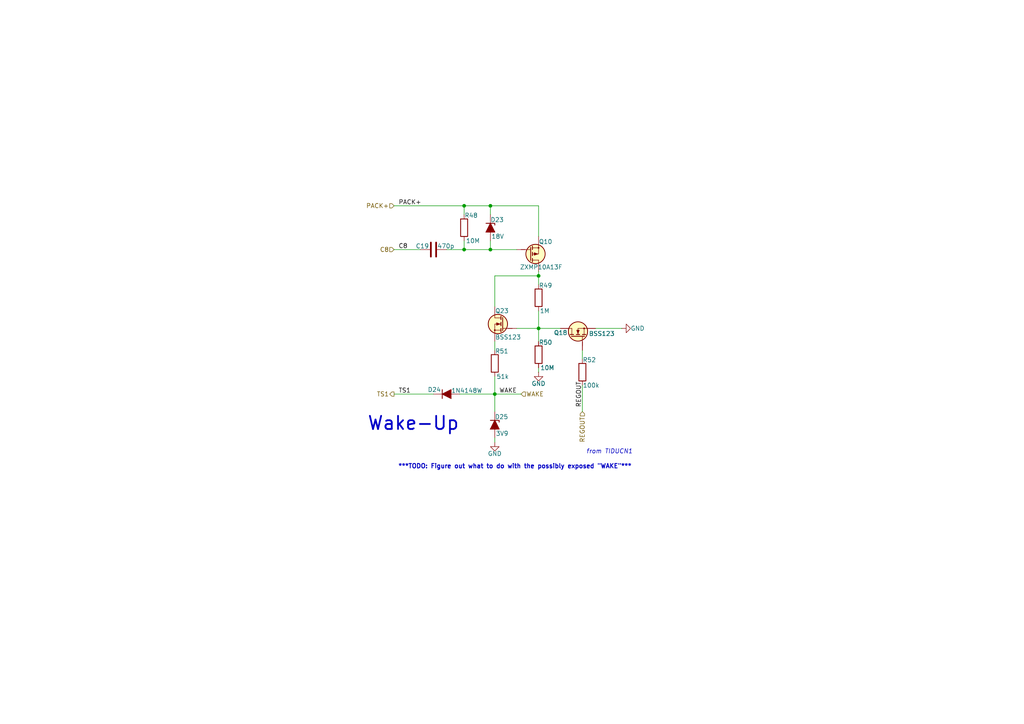
<source format=kicad_sch>
(kicad_sch (version 20250114) (generator "eeschema") (generator_version "9.0")
  (paper "A4")
  (lib_symbols
    (symbol "BSS123_1" (pin_numbers (hide yes)) (pin_names (hide yes))
      (property "Reference" "Q" (at 5.08 1.27 0))
      (property "Value" "BSS123" (at 5.08 -1.27 0))
      (symbol "BSS123_1_0_1"
        (polyline (pts (xy 0.254 1.905) (xy 0.254 -1.905)) (stroke (width 0.254)))
        (polyline (pts (xy 0.254 -1.27) (xy -2.54 -1.27)))
        (polyline (pts (xy 0.762 2.286) (xy 0.762 1.27)) (stroke (width 0.254)))
        (polyline (pts (xy 0.762 0.508) (xy 0.762 -0.508)) (stroke (width 0.254)))
        (polyline (pts (xy 0.762 -1.27) (xy 0.762 -2.286)) (stroke (width 0.254)))
        (polyline (pts (xy 0.762 -1.778) (xy 2.54 -1.778)))
        (polyline (pts (xy 1.016 0) (xy 2.032 0.381) (xy 2.032 -0.381) (xy 1.016 0)) (fill (type outline)))
        (circle (center 1.651 0) (radius 2.794) (stroke (width 0.254)) (fill (type background)))
        (polyline (pts (xy 2.54 2.54) (xy 2.54 1.778)))
        (polyline (pts (xy 2.54 1.778) (xy 0.762 1.778)))
        (circle (center 2.54 -1.778) (radius 0.1778) (fill (type outline)))
        (polyline (pts (xy 2.54 -2.54) (xy 2.54 0) (xy 0.762 0)))
      )
      (symbol "BSS123_1_1_1"
        (pin input line (at -3.81 -1.27 0) (length 2.54) (name "G") (number "1"))
        (pin passive line (at 2.54 5.08 270) (length 2.54) (name "D") (number "3"))
        (pin passive line (at 2.54 -5.08 90) (length 2.54) (name "S") (number "2"))
      )
    )
    (symbol "Device:C" (pin_numbers (hide yes)) (pin_names (offset 0.254))
      (property "Reference" "C" (at 0.635 2.54 0))
      (property "Value" "C" (at 0.635 -2.54 0))
      (symbol "C_0_1"
        (polyline (pts (xy -2.032 0.762) (xy 2.032 0.762)) (stroke (width 0.508)))
        (polyline (pts (xy -2.032 -0.762) (xy 2.032 -0.762)) (stroke (width 0.508)))
      )
      (symbol "C_1_1"
        (pin passive line (at 0 3.81 270) (length 2.794) (name "~") (number "1"))
        (pin passive line (at 0 -3.81 90) (length 2.794) (name "~") (number "2"))
      )
    )
    (symbol "Device:D_Zener_Filled" (pin_numbers (hide yes)) (pin_names (offset 1.016) (hide yes))
      (property "Reference" "D" (at 0 2.54 0))
      (property "Value" "D_Zener_Filled" (at 0 -2.54 0))
      (symbol "D_Zener_Filled_0_1"
        (polyline (pts (xy -1.27 -1.27) (xy -1.27 1.27) (xy -0.762 1.27)) (stroke (width 0.254)))
        (polyline (pts (xy 1.27 0) (xy -1.27 0)))
        (polyline (pts (xy 1.27 -1.27) (xy 1.27 1.27) (xy -1.27 0) (xy 1.27 -1.27)) (stroke (width 0.254)) (fill (type outline)))
      )
      (symbol "D_Zener_Filled_1_1"
        (pin passive line (at -3.81 0 0) (length 2.54) (name "K") (number "1"))
        (pin passive line (at 3.81 0 180) (length 2.54) (name "A") (number "2"))
      )
    )
    (symbol "Device:R" (pin_numbers (hide yes)) (pin_names (offset 0))
      (property "Reference" "R" (at 2.032 0 90))
      (property "Value" "R" (at 0 0 90))
      (symbol "R_0_1"
        (rectangle (start -1.016 -2.54) (end 1.016 2.54) (stroke (width 0.254)))
      )
      (symbol "R_1_1"
        (pin passive line (at 0 3.81 270) (length 1.27) (name "~") (number "1"))
        (pin passive line (at 0 -3.81 90) (length 1.27) (name "~") (number "2"))
      )
    )
    (symbol "PCM_Diode_AKL:1N4148W" (pin_numbers (hide yes)) (pin_names (offset 1.016) (hide yes))
      (property "Reference" "D" (at 0 5.08 0))
      (property "Value" "1N4148W" (at 0 2.54 0))
      (symbol "1N4148W_0_1"
        (polyline (pts (xy -1.27 1.27) (xy -1.27 -1.27) (xy 1.27 0) (xy -1.27 1.27)) (stroke (width 0.254)) (fill (type outline)))
        (polyline (pts (xy -1.27 0) (xy 1.27 0)))
        (polyline (pts (xy 1.27 1.27) (xy 1.27 -1.27)) (stroke (width 0.254)))
      )
      (symbol "1N4148W_0_2"
        (polyline (pts (xy -2.54 -2.54) (xy 2.54 2.54)))
        (polyline (pts (xy -0.889 -0.889) (xy -1.778 0) (xy 0.889 0.889) (xy 0 -1.778) (xy -0.889 -0.889)) (stroke (width 0.254)) (fill (type outline)))
        (polyline (pts (xy 0 1.778) (xy 1.778 0)) (stroke (width 0.254)))
      )
      (symbol "1N4148W_1_1"
        (pin passive line (at -3.81 0 0) (length 2.54) (name "A") (number "2"))
        (pin passive line (at 3.81 0 180) (length 2.54) (name "K") (number "1"))
      )
      (symbol "1N4148W_1_2"
        (pin passive line (at -2.54 -2.54 0) (length 0) (name "A") (number "2"))
        (pin passive line (at 2.54 2.54 180) (length 0) (name "K") (number "1"))
      )
    )
    (symbol "ZXMP10A13F_2" (pin_numbers (hide yes)) (pin_names (hide yes))
      (property "Reference" "Q" (at 5.08 1.27 0))
      (property "Value" "ZXMP10A13F" (at 5.08 -1.27 0))
      (symbol "ZXMP10A13F_2_0_1"
        (polyline (pts (xy 0.254 1.27) (xy -2.54 1.27)))
        (polyline (pts (xy 0.254 -1.905) (xy 0.254 1.905)) (stroke (width 0.254)))
        (polyline (pts (xy 0.762 1.778) (xy 2.54 1.778)))
        (polyline (pts (xy 0.762 1.27) (xy 0.762 2.286)) (stroke (width 0.254)))
        (polyline (pts (xy 0.762 -0.508) (xy 0.762 0.508)) (stroke (width 0.254)))
        (polyline (pts (xy 0.762 -1.778) (xy 2.54 -1.778)))
        (polyline (pts (xy 0.762 -2.286) (xy 0.762 -1.27)) (stroke (width 0.254)))
        (polyline (pts (xy 2.286 0) (xy 1.27 -0.381) (xy 1.27 0.381) (xy 2.286 0)) (fill (type outline)))
        (polyline (pts (xy 2.54 2.54) (xy 2.54 0) (xy 0.762 0)))
        (polyline (pts (xy 2.54 -2.54) (xy 2.54 -1.778)))
      )
      (symbol "ZXMP10A13F_2_1_1"
        (circle (center 1.651 0) (radius 2.794) (stroke (width 0.254)) (fill (type background)))
        (circle (center 2.54 1.778) (radius 0.1778) (fill (type outline)))
        (pin input line (at -3.81 1.27 0) (length 2.54) (name "G") (number "1"))
        (pin passive line (at 2.54 5.08 270) (length 2.54) (name "S") (number "2"))
        (pin passive line (at 2.54 -5.08 90) (length 2.54) (name "D") (number "3"))
      )
    )
    (symbol "power:GND" (power) (pin_numbers (hide yes)) (pin_names (offset 0) (hide yes))
      (property "Value" "GND" (at 0 -3.81 0))
      (symbol "GND_0_1"
        (polyline (pts (xy 0 0) (xy 0 -1.27) (xy 1.27 -1.27) (xy 0 -2.54) (xy -1.27 -1.27) (xy 0 -1.27)))
      )
      (symbol "GND_1_1"
        (pin power_in line (at 0 0 270) (length 0) (name "~") (number "1"))
      )
    )
  )
  (text "Wake-Up" (at 119.888 122.936 0) (effects (font (size 3.81 3.81) (thickness 0.508) (bold yes))))
  (text "***TODO: Figure out what to do with the possibly exposed \"WAKE\"***" (at 149.352 135.382 0) (effects (font (size 1.27 1.27) (thickness 0.254) (bold yes))))
  (text "from TIDUCN1" (at 176.784 131.064 0) (effects (font (size 1.27 1.27) (italic yes))))
  (junction (at 134.62 72.39))
  (junction (at 143.51 114.3))
  (junction (at 156.21 95.25))
  (junction (at 134.62 59.69))
  (junction (at 142.24 59.69))
  (junction (at 156.21 80.01))
  (junction (at 142.24 72.39))
  (wire (pts (xy 114.3 59.69) (xy 134.62 59.69)))
  (wire (pts (xy 143.51 88.9) (xy 143.51 80.01)))
  (wire (pts (xy 143.51 114.3) (xy 151.13 114.3)))
  (wire (pts (xy 172.72 95.25) (xy 180.34 95.25)))
  (wire (pts (xy 143.51 99.06) (xy 143.51 101.6)))
  (wire (pts (xy 134.62 59.69) (xy 134.62 62.23)))
  (wire (pts (xy 142.24 62.23) (xy 142.24 59.69)))
  (wire (pts (xy 134.62 59.69) (xy 142.24 59.69)))
  (wire (pts (xy 143.51 80.01) (xy 156.21 80.01)))
  (wire (pts (xy 143.51 114.3) (xy 143.51 119.38)))
  (wire (pts (xy 143.51 127) (xy 143.51 128.27)))
  (wire (pts (xy 156.21 80.01) (xy 156.21 82.55)))
  (wire (pts (xy 129.54 72.39) (xy 134.62 72.39)))
  (wire (pts (xy 134.62 69.85) (xy 134.62 72.39)))
  (wire (pts (xy 149.86 95.25) (xy 156.21 95.25)))
  (wire (pts (xy 168.91 101.6) (xy 168.91 104.14)))
  (wire (pts (xy 142.24 59.69) (xy 156.21 59.69)))
  (wire (pts (xy 142.24 72.39) (xy 149.86 72.39)))
  (wire (pts (xy 133.35 114.3) (xy 143.51 114.3)))
  (wire (pts (xy 156.21 95.25) (xy 156.21 99.06)))
  (wire (pts (xy 114.3 114.3) (xy 125.73 114.3)))
  (wire (pts (xy 114.3 72.39) (xy 121.92 72.39)))
  (wire (pts (xy 156.21 90.17) (xy 156.21 95.25)))
  (wire (pts (xy 142.24 69.85) (xy 142.24 72.39)))
  (wire (pts (xy 156.21 106.68) (xy 156.21 107.95)))
  (wire (pts (xy 156.21 68.58) (xy 156.21 59.69)))
  (wire (pts (xy 156.21 78.74) (xy 156.21 80.01)))
  (wire (pts (xy 156.21 95.25) (xy 162.56 95.25)))
  (wire (pts (xy 134.62 72.39) (xy 142.24 72.39)))
  (wire (pts (xy 168.91 111.76) (xy 168.91 119.38)))
  (wire (pts (xy 143.51 109.22) (xy 143.51 114.3)))
  (label "WAKE" (at 144.78 114.3 0))
  (label "REGOUT" (at 168.91 118.11 90))
  (label "TS1" (at 115.57 114.3 0))
  (label "PACK+" (at 115.57 59.69 0))
  (label "C8" (at 115.57 72.39 0))
  (hierarchical_label "C8" (shape input) (at 114.3 72.39 180))
  (hierarchical_label "PACK+" (shape input) (at 114.3 59.69 180))
  (hierarchical_label "TS1" (shape output) (at 114.3 114.3 180))
  (hierarchical_label "REGOUT" (shape input) (at 168.91 119.38 270))
  (hierarchical_label "WAKE" (shape input) (at 151.13 114.3 0))
  (symbol (lib_id "power:GND") (at 156.21 107.95 0) (unit 1)
    (property "Reference" "#PWR021" (effects (hide yes)))
    (property "Value" "GND" (at 158.242 111.252 0) (effects (justify right)))
    (property "Description" "Power symbol creates a global label with name \"GND\" , ground" (effects (hide yes)))
  )
  (symbol (lib_id "Device:D_Zener_Filled") (at 143.51 123.19 270) (unit 1)
    (property "Reference" "D25" (at 143.51 120.904 90) (effects (justify left)))
    (property "Value" "3V9" (at 143.764 125.73 90) (effects (justify left)))
    (property "Description" "Zener diode, filled shape" (effects (hide yes)))
  )
  (symbol (lib_id "Device:R") (at 156.21 86.36 0) (mirror y) (unit 1)
    (property "Reference" "R49" (at 158.242 82.804 0))
    (property "Value" "1M" (at 157.988 90.17 0))
    (property "Description" "Resistor" (effects (hide yes)))
  )
  (symbol (lib_id "power:GND") (at 180.34 95.25 90) (unit 1)
    (property "Reference" "#PWR028" (effects (hide yes)))
    (property "Value" "GND" (at 182.88 95.25 90) (effects (justify right)))
    (property "Description" "Power symbol creates a global label with name \"GND\" , ground" (effects (hide yes)))
  )
  (symbol (lib_id "Device:R") (at 143.51 105.41 0) (mirror y) (unit 1)
    (property "Reference" "R51" (at 145.542 101.854 0))
    (property "Value" "51k" (at 145.796 109.22 0))
    (property "Description" "Resistor" (effects (hide yes)))
  )
  (symbol (lib_id "Device:R") (at 134.62 66.04 0) (mirror y) (unit 1)
    (property "Reference" "R48" (at 136.652 62.484 0))
    (property "Value" "10M" (at 137.16 69.85 0))
    (property "Description" "Resistor" (effects (hide yes)))
  )
  (symbol (lib_id "power:GND") (at 143.51 128.27 0) (unit 1)
    (property "Reference" "#PWR027" (effects (hide yes)))
    (property "Value" "GND" (at 145.542 131.572 0) (effects (justify right)))
    (property "Description" "Power symbol creates a global label with name \"GND\" , ground" (effects (hide yes)))
  )
  (symbol (lib_name "ZXMP10A13F_2") (lib_id "PCM_Transistor_MOSFET_AKL:ZXMP10A13F") (at 153.67 73.66 0) (unit 1)
    (property "Reference" "Q10" (at 158.242 70.104 0))
    (property "Value" "ZXMP10A13F" (at 156.972 77.47 0))
    (property "Footprint" "PCM_Package_TO_SOT_SMD_AKL:SOT-23" (effects (hide yes)))
    (property "Datasheet" "https://www.tme.eu/Document/71caec234188a0900f7c4ed77bf796be/ZXMP10A13F.pdf" (effects (hide yes)))
    (property "Description" "SOT-23 P-MOSFET enchancement mode transistor, 100V, 0.7A, 625mW, Alternate KiCAD Library" (effects (hide yes)))
  )
  (symbol (lib_name "BSS123_1") (lib_id "PCM_Transistor_MOSFET_AKL:BSS123") (at 167.64 97.79 90) (unit 1)
    (property "Reference" "Q18" (at 164.592 96.52 90) (effects (justify left)))
    (property "Value" "BSS123" (at 178.308 96.774 90) (effects (justify left)))
    (property "Footprint" "PCM_Package_TO_SOT_SMD_AKL:SOT-23" (effects (hide yes)))
    (property "Datasheet" "https://www.tme.eu/Document/ad8ba97d41c3fa59dd12a838ef660cd2/BSS123-FAI.pdf" (effects (hide yes)))
    (property "Description" "SOT-23 N-MOSFET enchancement mode transistor, 100V, 170mA, 360mW, Alternate KiCAD Library" (effects (hide yes)))
  )
  (symbol (lib_id "Device:C") (at 125.73 72.39 90) (unit 1)
    (property "Reference" "C19" (at 124.46 71.374 90) (effects (justify left)))
    (property "Value" "470p" (at 131.826 71.374 90) (effects (justify left)))
    (property "Description" "Unpolarized capacitor" (effects (hide yes)))
  )
  (symbol (lib_id "PCM_Diode_AKL:1N4148W") (at 129.54 114.3 180) (unit 1)
    (property "Reference" "D24" (at 125.984 113.03 0))
    (property "Value" "1N4148W" (at 135.382 113.284 0))
    (property "Footprint" "PCM_Diode_SMD_AKL:D_SOD-123" (effects (hide yes)))
    (property "Datasheet" "https://datasheet.octopart.com/1N4148W-HE3-18-Vishay-datasheet-17291302.pdf" (effects (hide yes)))
    (property "Description" "SOD-123 Diode, Small Signal, Fast Switching, 75V, 150mA, 4ns, Alternate KiCad Library" (effects (hide yes)))
  )
  (symbol (lib_id "Device:D_Zener_Filled") (at 142.24 66.04 270) (unit 1)
    (property "Reference" "D23" (at 142.24 63.754 90) (effects (justify left)))
    (property "Value" "18V" (at 142.494 68.58 90) (effects (justify left)))
    (property "Description" "Zener diode, filled shape" (effects (hide yes)))
  )
  (symbol (lib_name "BSS123_1") (lib_id "PCM_Transistor_MOSFET_AKL:BSS123") (at 146.05 93.98 0) (mirror y) (unit 1)
    (property "Reference" "Q23" (at 147.574 90.17 0) (effects (justify left)))
    (property "Value" "BSS123" (at 151.13 97.79 0) (effects (justify left)))
    (property "Footprint" "PCM_Package_TO_SOT_SMD_AKL:SOT-23" (effects (hide yes)))
    (property "Datasheet" "https://www.tme.eu/Document/ad8ba97d41c3fa59dd12a838ef660cd2/BSS123-FAI.pdf" (effects (hide yes)))
    (property "Description" "SOT-23 N-MOSFET enchancement mode transistor, 100V, 170mA, 360mW, Alternate KiCAD Library" (effects (hide yes)))
  )
  (symbol (lib_id "Device:R") (at 156.21 102.87 0) (mirror y) (unit 1)
    (property "Reference" "R50" (at 158.242 99.314 0))
    (property "Value" "10M" (at 158.75 106.68 0))
    (property "Description" "Resistor" (effects (hide yes)))
  )
  (symbol (lib_id "Device:R") (at 168.91 107.95 0) (mirror y) (unit 1)
    (property "Reference" "R52" (at 170.942 104.394 0))
    (property "Value" "100k" (at 171.45 111.76 0))
    (property "Description" "Resistor" (effects (hide yes)))
  )
)
</source>
